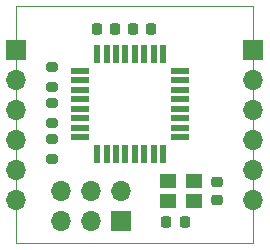
<source format=gbr>
G04 #@! TF.GenerationSoftware,KiCad,Pcbnew,(5.99.0-11522-g728b160719)*
G04 #@! TF.CreationDate,2021-08-06T10:01:32+10:00*
G04 #@! TF.ProjectId,OLED Deligate,4f4c4544-2044-4656-9c69-676174652e6b,rev?*
G04 #@! TF.SameCoordinates,Original*
G04 #@! TF.FileFunction,Soldermask,Top*
G04 #@! TF.FilePolarity,Negative*
%FSLAX46Y46*%
G04 Gerber Fmt 4.6, Leading zero omitted, Abs format (unit mm)*
G04 Created by KiCad (PCBNEW (5.99.0-11522-g728b160719)) date 2021-08-06 10:01:32*
%MOMM*%
%LPD*%
G01*
G04 APERTURE LIST*
G04 Aperture macros list*
%AMRoundRect*
0 Rectangle with rounded corners*
0 $1 Rounding radius*
0 $2 $3 $4 $5 $6 $7 $8 $9 X,Y pos of 4 corners*
0 Add a 4 corners polygon primitive as box body*
4,1,4,$2,$3,$4,$5,$6,$7,$8,$9,$2,$3,0*
0 Add four circle primitives for the rounded corners*
1,1,$1+$1,$2,$3*
1,1,$1+$1,$4,$5*
1,1,$1+$1,$6,$7*
1,1,$1+$1,$8,$9*
0 Add four rect primitives between the rounded corners*
20,1,$1+$1,$2,$3,$4,$5,0*
20,1,$1+$1,$4,$5,$6,$7,0*
20,1,$1+$1,$6,$7,$8,$9,0*
20,1,$1+$1,$8,$9,$2,$3,0*%
G04 Aperture macros list end*
G04 #@! TA.AperFunction,Profile*
%ADD10C,0.100000*%
G04 #@! TD*
%ADD11RoundRect,0.200000X0.275000X-0.200000X0.275000X0.200000X-0.275000X0.200000X-0.275000X-0.200000X0*%
%ADD12RoundRect,0.225000X-0.250000X0.225000X-0.250000X-0.225000X0.250000X-0.225000X0.250000X0.225000X0*%
%ADD13R,1.700000X1.700000*%
%ADD14O,1.700000X1.700000*%
%ADD15R,1.400000X1.200000*%
%ADD16RoundRect,0.200000X-0.275000X0.200000X-0.275000X-0.200000X0.275000X-0.200000X0.275000X0.200000X0*%
%ADD17RoundRect,0.225000X-0.225000X-0.250000X0.225000X-0.250000X0.225000X0.250000X-0.225000X0.250000X0*%
%ADD18RoundRect,0.225000X0.225000X0.250000X-0.225000X0.250000X-0.225000X-0.250000X0.225000X-0.250000X0*%
%ADD19R,0.550000X1.600000*%
%ADD20R,1.600000X0.550000*%
G04 APERTURE END LIST*
D10*
X143027000Y-94107000D02*
X122961000Y-94107000D01*
X122961000Y-94107000D02*
X122961000Y-74041000D01*
X122961000Y-74041000D02*
X143027000Y-74041000D01*
X143027000Y-74041000D02*
X143027000Y-94107000D01*
D11*
G04 #@! TO.C,R3*
X125984000Y-83883000D03*
X125984000Y-82233000D03*
G04 #@! TD*
D12*
G04 #@! TO.C,C4*
X139954000Y-88887000D03*
X139954000Y-90437000D03*
G04 #@! TD*
D13*
G04 #@! TO.C,J2*
X131826000Y-92202000D03*
D14*
X131826000Y-89662000D03*
X129286000Y-92202000D03*
X129286000Y-89662000D03*
X126746000Y-92202000D03*
X126746000Y-89662000D03*
G04 #@! TD*
D13*
G04 #@! TO.C,J3*
X143027000Y-77749000D03*
D14*
X143027000Y-80289000D03*
X143027000Y-82829000D03*
X143027000Y-85369000D03*
X143027000Y-87909000D03*
X143027000Y-90449000D03*
G04 #@! TD*
D15*
G04 #@! TO.C,Y1*
X135806000Y-90512000D03*
X138006000Y-90512000D03*
X138006000Y-88812000D03*
X135806000Y-88812000D03*
G04 #@! TD*
D16*
G04 #@! TO.C,R2*
X125984000Y-79185000D03*
X125984000Y-80835000D03*
G04 #@! TD*
D17*
G04 #@! TO.C,C1*
X129781000Y-75946000D03*
X131331000Y-75946000D03*
G04 #@! TD*
D11*
G04 #@! TO.C,R1*
X125984000Y-86931000D03*
X125984000Y-85281000D03*
G04 #@! TD*
D13*
G04 #@! TO.C,J1*
X122961000Y-77749000D03*
D14*
X122961000Y-80289000D03*
X122961000Y-82829000D03*
X122961000Y-85369000D03*
X122961000Y-87909000D03*
X122961000Y-90449000D03*
G04 #@! TD*
D18*
G04 #@! TO.C,C3*
X137205000Y-92270000D03*
X135655000Y-92270000D03*
G04 #@! TD*
G04 #@! TO.C,C2*
X134379000Y-75946000D03*
X132829000Y-75946000D03*
G04 #@! TD*
D19*
G04 #@! TO.C,U1*
X129788000Y-86546000D03*
X130588000Y-86546000D03*
X131388000Y-86546000D03*
X132188000Y-86546000D03*
X132988000Y-86546000D03*
X133788000Y-86546000D03*
X134588000Y-86546000D03*
X135388000Y-86546000D03*
D20*
X136838000Y-85096000D03*
X136838000Y-84296000D03*
X136838000Y-83496000D03*
X136838000Y-82696000D03*
X136838000Y-81896000D03*
X136838000Y-81096000D03*
X136838000Y-80296000D03*
X136838000Y-79496000D03*
D19*
X135388000Y-78046000D03*
X134588000Y-78046000D03*
X133788000Y-78046000D03*
X132988000Y-78046000D03*
X132188000Y-78046000D03*
X131388000Y-78046000D03*
X130588000Y-78046000D03*
X129788000Y-78046000D03*
D20*
X128338000Y-79496000D03*
X128338000Y-80296000D03*
X128338000Y-81096000D03*
X128338000Y-81896000D03*
X128338000Y-82696000D03*
X128338000Y-83496000D03*
X128338000Y-84296000D03*
X128338000Y-85096000D03*
G04 #@! TD*
M02*

</source>
